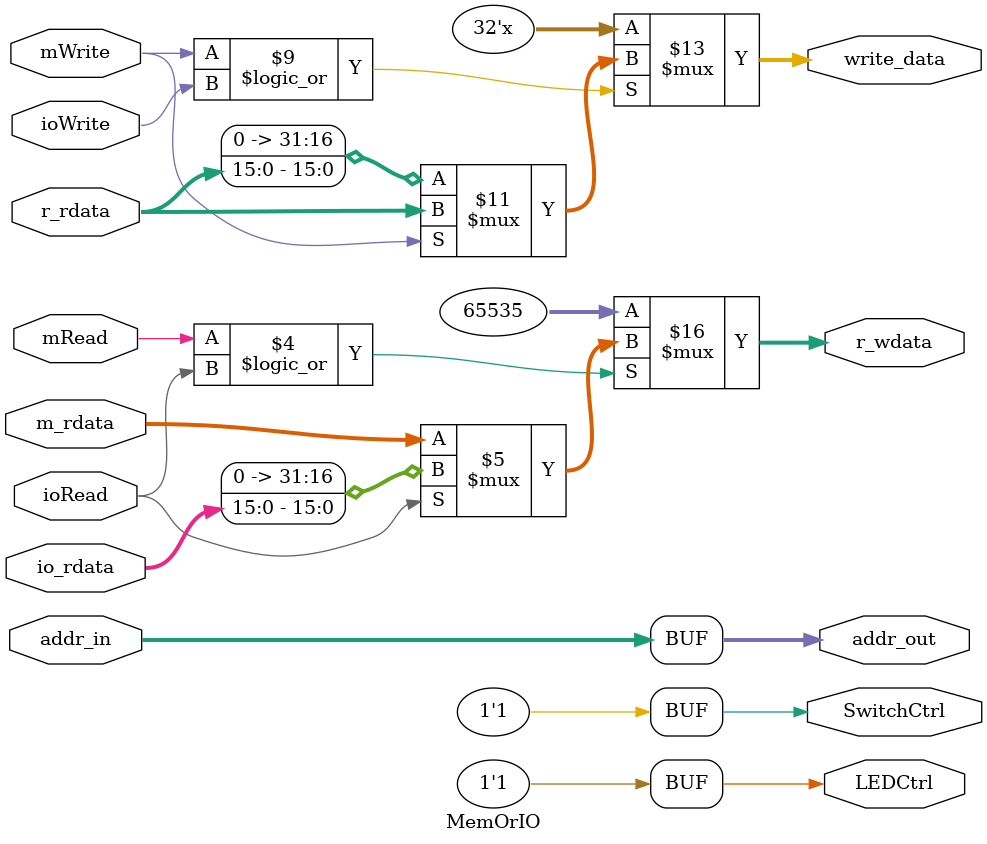
<source format=v>
`timescale 1ns / 1ps


module MemOrIO( mRead, mWrite, ioRead, ioWrite,addr_in, addr_out, m_rdata, io_rdata, r_wdata, r_rdata, write_data, LEDCtrl, SwitchCtrl);
input mRead; // read memory, fromController
input mWrite; // write memory, fromController
input ioRead; // read IO, from Controller
input ioWrite; // write IO, from Controller
input[31:0] addr_in; // from alu_result in ALU
output[31:0] addr_out; // address to Data-Memory
input[31:0] m_rdata; // data read from Data-Memory
input[15:0] io_rdata; // data read from IO,16 bits
output reg[31:0] r_wdata; // data to Decoder(register file)
input[31:0] r_rdata; // data read from Decoder(register file)
output reg[31:0] write_data; // data to memory or I/O��m_wdata, io_wdata��output LEDCtrl; // LED Chip Select
output SwitchCtrl; // Switch Chip Select
output LEDCtrl;

assign addr_out = addr_in;
// The data wirte to register file may be from memory or io. 
// While the data is from io, it should be the lower 16bit of r_wdata. 
// assign r_wdata = ioRead ? {16'b0, io_rdata} : m_rdata;
// assign r_wdata = (mRead == 1'b1) ? m_rdata : {16'h0000, io_rdata};

always @* begin
if((mRead==1)||(ioRead==1))
    //wirte_data could go to either memory or IO. where is it from?
    r_wdata = ioRead?{16'b0,io_rdata}:m_rdata;
else
    r_wdata = 32'h0000ffff;
end

// Chip select signal of Led and Switch are all active high;
// assign LEDCtrl = ioWrite;
// assign SwitchCtrl = ioRead;
assign LEDCtrl = 1'b1; 
assign SwitchCtrl = 1'b1;

always @* begin
    if((mWrite==1)||(ioWrite==1))
        //wirte_data could go to either memory or IO. where is it from?
        write_data = (mWrite == 1) ? r_rdata : {16'h0000, r_rdata[15:0]};
        // write_data = r_rdata;
    else
        write_data = 32'hZZZZZZZZ;
end


endmodule


</source>
